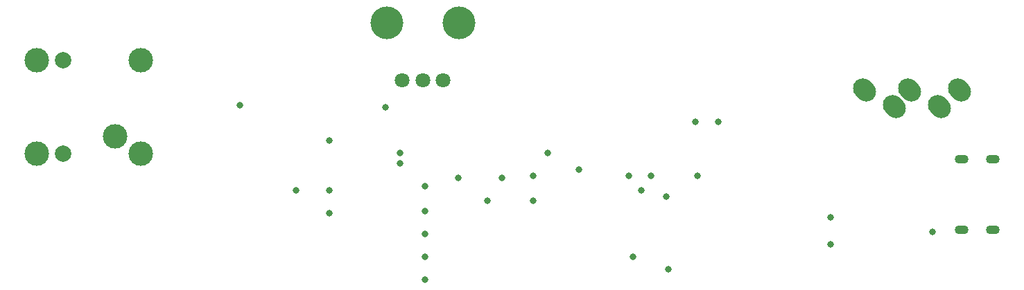
<source format=gbs>
G04 #@! TF.GenerationSoftware,KiCad,Pcbnew,8.0.2*
G04 #@! TF.CreationDate,2024-08-20T22:37:26-04:00*
G04 #@! TF.ProjectId,plugnslay,706c7567-6e73-46c6-9179-2e6b69636164,rev?*
G04 #@! TF.SameCoordinates,Original*
G04 #@! TF.FileFunction,Soldermask,Bot*
G04 #@! TF.FilePolarity,Negative*
%FSLAX46Y46*%
G04 Gerber Fmt 4.6, Leading zero omitted, Abs format (unit mm)*
G04 Created by KiCad (PCBNEW 8.0.2) date 2024-08-20 22:37:26*
%MOMM*%
%LPD*%
G01*
G04 APERTURE LIST*
G04 Aperture macros list*
%AMHorizOval*
0 Thick line with rounded ends*
0 $1 width*
0 $2 $3 position (X,Y) of the first rounded end (center of the circle)*
0 $4 $5 position (X,Y) of the second rounded end (center of the circle)*
0 Add line between two ends*
20,1,$1,$2,$3,$4,$5,0*
0 Add two circle primitives to create the rounded ends*
1,1,$1,$2,$3*
1,1,$1,$4,$5*%
G04 Aperture macros list end*
%ADD10O,1.700000X1.100000*%
%ADD11C,3.000000*%
%ADD12C,2.000000*%
%ADD13HorizOval,2.400000X0.212132X-0.212132X-0.212132X0.212132X0*%
%ADD14C,4.000000*%
%ADD15C,1.800000*%
%ADD16C,0.800000*%
G04 APERTURE END LIST*
D10*
X200200000Y-116080000D03*
X204000000Y-116080000D03*
X200200000Y-107440000D03*
X204000000Y-107440000D03*
D11*
X96774000Y-104648000D03*
D12*
X90424000Y-106778000D03*
X90424000Y-95348000D03*
D11*
X87224000Y-106778000D03*
X87224000Y-95348000D03*
X99924000Y-106778000D03*
X99924000Y-95348000D03*
D13*
X191998000Y-100960000D03*
X193798000Y-98960000D03*
X199898000Y-98960000D03*
X197498000Y-100960000D03*
X188298000Y-98960000D03*
D14*
X129966000Y-90744000D03*
X138766000Y-90744000D03*
D15*
X136866000Y-97744000D03*
X134366000Y-97744000D03*
X131866000Y-97744000D03*
D16*
X134620000Y-113792000D03*
X129794000Y-101092000D03*
X167626153Y-102820847D03*
X122936000Y-111252000D03*
X184150000Y-114554000D03*
X134620000Y-110744000D03*
X147828000Y-109474000D03*
X196596000Y-116332000D03*
X112014000Y-100838000D03*
X142240000Y-112522000D03*
X118872000Y-111252000D03*
X131572000Y-107950000D03*
X134620000Y-122174000D03*
X160020000Y-119380000D03*
X134620000Y-119380000D03*
X184150000Y-117856000D03*
X164084000Y-112014000D03*
X170434000Y-102844000D03*
X164338000Y-120904000D03*
X122936000Y-114046000D03*
X131572000Y-106680000D03*
X122936000Y-105156000D03*
X138684000Y-109728000D03*
X134620000Y-116586000D03*
X153416000Y-108712000D03*
X149606000Y-106680000D03*
X162280000Y-109474000D03*
X161036000Y-111252000D03*
X159512000Y-109474000D03*
X144018000Y-109728000D03*
X147828000Y-112522000D03*
X167894000Y-109474000D03*
M02*

</source>
